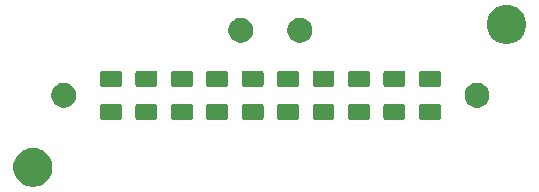
<source format=gbr>
G04 #@! TF.GenerationSoftware,KiCad,Pcbnew,(5.1.5)-3*
G04 #@! TF.CreationDate,2020-05-31T13:11:01+03:00*
G04 #@! TF.ProjectId,voltlog scope shunt,766f6c74-6c6f-4672-9073-636f70652073,rev?*
G04 #@! TF.SameCoordinates,Original*
G04 #@! TF.FileFunction,Soldermask,Top*
G04 #@! TF.FilePolarity,Negative*
%FSLAX46Y46*%
G04 Gerber Fmt 4.6, Leading zero omitted, Abs format (unit mm)*
G04 Created by KiCad (PCBNEW (5.1.5)-3) date 2020-05-31 13:11:01*
%MOMM*%
%LPD*%
G04 APERTURE LIST*
%ADD10C,0.100000*%
G04 APERTURE END LIST*
D10*
G36*
X114775256Y-92991298D02*
G01*
X114881579Y-93012447D01*
X115182042Y-93136903D01*
X115452451Y-93317585D01*
X115682415Y-93547549D01*
X115863097Y-93817958D01*
X115987553Y-94118421D01*
X116051000Y-94437391D01*
X116051000Y-94762609D01*
X115987553Y-95081579D01*
X115863097Y-95382042D01*
X115682415Y-95652451D01*
X115452451Y-95882415D01*
X115182042Y-96063097D01*
X114881579Y-96187553D01*
X114775256Y-96208702D01*
X114562611Y-96251000D01*
X114237389Y-96251000D01*
X114024744Y-96208702D01*
X113918421Y-96187553D01*
X113617958Y-96063097D01*
X113347549Y-95882415D01*
X113117585Y-95652451D01*
X112936903Y-95382042D01*
X112812447Y-95081579D01*
X112749000Y-94762609D01*
X112749000Y-94437391D01*
X112812447Y-94118421D01*
X112936903Y-93817958D01*
X113117585Y-93547549D01*
X113347549Y-93317585D01*
X113617958Y-93136903D01*
X113918421Y-93012447D01*
X114024744Y-92991298D01*
X114237389Y-92949000D01*
X114562611Y-92949000D01*
X114775256Y-92991298D01*
G37*
G36*
X148768604Y-89228347D02*
G01*
X148805144Y-89239432D01*
X148838821Y-89257433D01*
X148868341Y-89281659D01*
X148892567Y-89311179D01*
X148910568Y-89344856D01*
X148921653Y-89381396D01*
X148926000Y-89425538D01*
X148926000Y-90374462D01*
X148921653Y-90418604D01*
X148910568Y-90455144D01*
X148892567Y-90488821D01*
X148868341Y-90518341D01*
X148838821Y-90542567D01*
X148805144Y-90560568D01*
X148768604Y-90571653D01*
X148724462Y-90576000D01*
X147275538Y-90576000D01*
X147231396Y-90571653D01*
X147194856Y-90560568D01*
X147161179Y-90542567D01*
X147131659Y-90518341D01*
X147107433Y-90488821D01*
X147089432Y-90455144D01*
X147078347Y-90418604D01*
X147074000Y-90374462D01*
X147074000Y-89425538D01*
X147078347Y-89381396D01*
X147089432Y-89344856D01*
X147107433Y-89311179D01*
X147131659Y-89281659D01*
X147161179Y-89257433D01*
X147194856Y-89239432D01*
X147231396Y-89228347D01*
X147275538Y-89224000D01*
X148724462Y-89224000D01*
X148768604Y-89228347D01*
G37*
G36*
X145768604Y-89228347D02*
G01*
X145805144Y-89239432D01*
X145838821Y-89257433D01*
X145868341Y-89281659D01*
X145892567Y-89311179D01*
X145910568Y-89344856D01*
X145921653Y-89381396D01*
X145926000Y-89425538D01*
X145926000Y-90374462D01*
X145921653Y-90418604D01*
X145910568Y-90455144D01*
X145892567Y-90488821D01*
X145868341Y-90518341D01*
X145838821Y-90542567D01*
X145805144Y-90560568D01*
X145768604Y-90571653D01*
X145724462Y-90576000D01*
X144275538Y-90576000D01*
X144231396Y-90571653D01*
X144194856Y-90560568D01*
X144161179Y-90542567D01*
X144131659Y-90518341D01*
X144107433Y-90488821D01*
X144089432Y-90455144D01*
X144078347Y-90418604D01*
X144074000Y-90374462D01*
X144074000Y-89425538D01*
X144078347Y-89381396D01*
X144089432Y-89344856D01*
X144107433Y-89311179D01*
X144131659Y-89281659D01*
X144161179Y-89257433D01*
X144194856Y-89239432D01*
X144231396Y-89228347D01*
X144275538Y-89224000D01*
X145724462Y-89224000D01*
X145768604Y-89228347D01*
G37*
G36*
X142768604Y-89228347D02*
G01*
X142805144Y-89239432D01*
X142838821Y-89257433D01*
X142868341Y-89281659D01*
X142892567Y-89311179D01*
X142910568Y-89344856D01*
X142921653Y-89381396D01*
X142926000Y-89425538D01*
X142926000Y-90374462D01*
X142921653Y-90418604D01*
X142910568Y-90455144D01*
X142892567Y-90488821D01*
X142868341Y-90518341D01*
X142838821Y-90542567D01*
X142805144Y-90560568D01*
X142768604Y-90571653D01*
X142724462Y-90576000D01*
X141275538Y-90576000D01*
X141231396Y-90571653D01*
X141194856Y-90560568D01*
X141161179Y-90542567D01*
X141131659Y-90518341D01*
X141107433Y-90488821D01*
X141089432Y-90455144D01*
X141078347Y-90418604D01*
X141074000Y-90374462D01*
X141074000Y-89425538D01*
X141078347Y-89381396D01*
X141089432Y-89344856D01*
X141107433Y-89311179D01*
X141131659Y-89281659D01*
X141161179Y-89257433D01*
X141194856Y-89239432D01*
X141231396Y-89228347D01*
X141275538Y-89224000D01*
X142724462Y-89224000D01*
X142768604Y-89228347D01*
G37*
G36*
X139768604Y-89228347D02*
G01*
X139805144Y-89239432D01*
X139838821Y-89257433D01*
X139868341Y-89281659D01*
X139892567Y-89311179D01*
X139910568Y-89344856D01*
X139921653Y-89381396D01*
X139926000Y-89425538D01*
X139926000Y-90374462D01*
X139921653Y-90418604D01*
X139910568Y-90455144D01*
X139892567Y-90488821D01*
X139868341Y-90518341D01*
X139838821Y-90542567D01*
X139805144Y-90560568D01*
X139768604Y-90571653D01*
X139724462Y-90576000D01*
X138275538Y-90576000D01*
X138231396Y-90571653D01*
X138194856Y-90560568D01*
X138161179Y-90542567D01*
X138131659Y-90518341D01*
X138107433Y-90488821D01*
X138089432Y-90455144D01*
X138078347Y-90418604D01*
X138074000Y-90374462D01*
X138074000Y-89425538D01*
X138078347Y-89381396D01*
X138089432Y-89344856D01*
X138107433Y-89311179D01*
X138131659Y-89281659D01*
X138161179Y-89257433D01*
X138194856Y-89239432D01*
X138231396Y-89228347D01*
X138275538Y-89224000D01*
X139724462Y-89224000D01*
X139768604Y-89228347D01*
G37*
G36*
X136768604Y-89228347D02*
G01*
X136805144Y-89239432D01*
X136838821Y-89257433D01*
X136868341Y-89281659D01*
X136892567Y-89311179D01*
X136910568Y-89344856D01*
X136921653Y-89381396D01*
X136926000Y-89425538D01*
X136926000Y-90374462D01*
X136921653Y-90418604D01*
X136910568Y-90455144D01*
X136892567Y-90488821D01*
X136868341Y-90518341D01*
X136838821Y-90542567D01*
X136805144Y-90560568D01*
X136768604Y-90571653D01*
X136724462Y-90576000D01*
X135275538Y-90576000D01*
X135231396Y-90571653D01*
X135194856Y-90560568D01*
X135161179Y-90542567D01*
X135131659Y-90518341D01*
X135107433Y-90488821D01*
X135089432Y-90455144D01*
X135078347Y-90418604D01*
X135074000Y-90374462D01*
X135074000Y-89425538D01*
X135078347Y-89381396D01*
X135089432Y-89344856D01*
X135107433Y-89311179D01*
X135131659Y-89281659D01*
X135161179Y-89257433D01*
X135194856Y-89239432D01*
X135231396Y-89228347D01*
X135275538Y-89224000D01*
X136724462Y-89224000D01*
X136768604Y-89228347D01*
G37*
G36*
X133768604Y-89228347D02*
G01*
X133805144Y-89239432D01*
X133838821Y-89257433D01*
X133868341Y-89281659D01*
X133892567Y-89311179D01*
X133910568Y-89344856D01*
X133921653Y-89381396D01*
X133926000Y-89425538D01*
X133926000Y-90374462D01*
X133921653Y-90418604D01*
X133910568Y-90455144D01*
X133892567Y-90488821D01*
X133868341Y-90518341D01*
X133838821Y-90542567D01*
X133805144Y-90560568D01*
X133768604Y-90571653D01*
X133724462Y-90576000D01*
X132275538Y-90576000D01*
X132231396Y-90571653D01*
X132194856Y-90560568D01*
X132161179Y-90542567D01*
X132131659Y-90518341D01*
X132107433Y-90488821D01*
X132089432Y-90455144D01*
X132078347Y-90418604D01*
X132074000Y-90374462D01*
X132074000Y-89425538D01*
X132078347Y-89381396D01*
X132089432Y-89344856D01*
X132107433Y-89311179D01*
X132131659Y-89281659D01*
X132161179Y-89257433D01*
X132194856Y-89239432D01*
X132231396Y-89228347D01*
X132275538Y-89224000D01*
X133724462Y-89224000D01*
X133768604Y-89228347D01*
G37*
G36*
X130768604Y-89228347D02*
G01*
X130805144Y-89239432D01*
X130838821Y-89257433D01*
X130868341Y-89281659D01*
X130892567Y-89311179D01*
X130910568Y-89344856D01*
X130921653Y-89381396D01*
X130926000Y-89425538D01*
X130926000Y-90374462D01*
X130921653Y-90418604D01*
X130910568Y-90455144D01*
X130892567Y-90488821D01*
X130868341Y-90518341D01*
X130838821Y-90542567D01*
X130805144Y-90560568D01*
X130768604Y-90571653D01*
X130724462Y-90576000D01*
X129275538Y-90576000D01*
X129231396Y-90571653D01*
X129194856Y-90560568D01*
X129161179Y-90542567D01*
X129131659Y-90518341D01*
X129107433Y-90488821D01*
X129089432Y-90455144D01*
X129078347Y-90418604D01*
X129074000Y-90374462D01*
X129074000Y-89425538D01*
X129078347Y-89381396D01*
X129089432Y-89344856D01*
X129107433Y-89311179D01*
X129131659Y-89281659D01*
X129161179Y-89257433D01*
X129194856Y-89239432D01*
X129231396Y-89228347D01*
X129275538Y-89224000D01*
X130724462Y-89224000D01*
X130768604Y-89228347D01*
G37*
G36*
X127768604Y-89228347D02*
G01*
X127805144Y-89239432D01*
X127838821Y-89257433D01*
X127868341Y-89281659D01*
X127892567Y-89311179D01*
X127910568Y-89344856D01*
X127921653Y-89381396D01*
X127926000Y-89425538D01*
X127926000Y-90374462D01*
X127921653Y-90418604D01*
X127910568Y-90455144D01*
X127892567Y-90488821D01*
X127868341Y-90518341D01*
X127838821Y-90542567D01*
X127805144Y-90560568D01*
X127768604Y-90571653D01*
X127724462Y-90576000D01*
X126275538Y-90576000D01*
X126231396Y-90571653D01*
X126194856Y-90560568D01*
X126161179Y-90542567D01*
X126131659Y-90518341D01*
X126107433Y-90488821D01*
X126089432Y-90455144D01*
X126078347Y-90418604D01*
X126074000Y-90374462D01*
X126074000Y-89425538D01*
X126078347Y-89381396D01*
X126089432Y-89344856D01*
X126107433Y-89311179D01*
X126131659Y-89281659D01*
X126161179Y-89257433D01*
X126194856Y-89239432D01*
X126231396Y-89228347D01*
X126275538Y-89224000D01*
X127724462Y-89224000D01*
X127768604Y-89228347D01*
G37*
G36*
X124768604Y-89228347D02*
G01*
X124805144Y-89239432D01*
X124838821Y-89257433D01*
X124868341Y-89281659D01*
X124892567Y-89311179D01*
X124910568Y-89344856D01*
X124921653Y-89381396D01*
X124926000Y-89425538D01*
X124926000Y-90374462D01*
X124921653Y-90418604D01*
X124910568Y-90455144D01*
X124892567Y-90488821D01*
X124868341Y-90518341D01*
X124838821Y-90542567D01*
X124805144Y-90560568D01*
X124768604Y-90571653D01*
X124724462Y-90576000D01*
X123275538Y-90576000D01*
X123231396Y-90571653D01*
X123194856Y-90560568D01*
X123161179Y-90542567D01*
X123131659Y-90518341D01*
X123107433Y-90488821D01*
X123089432Y-90455144D01*
X123078347Y-90418604D01*
X123074000Y-90374462D01*
X123074000Y-89425538D01*
X123078347Y-89381396D01*
X123089432Y-89344856D01*
X123107433Y-89311179D01*
X123131659Y-89281659D01*
X123161179Y-89257433D01*
X123194856Y-89239432D01*
X123231396Y-89228347D01*
X123275538Y-89224000D01*
X124724462Y-89224000D01*
X124768604Y-89228347D01*
G37*
G36*
X121768604Y-89228347D02*
G01*
X121805144Y-89239432D01*
X121838821Y-89257433D01*
X121868341Y-89281659D01*
X121892567Y-89311179D01*
X121910568Y-89344856D01*
X121921653Y-89381396D01*
X121926000Y-89425538D01*
X121926000Y-90374462D01*
X121921653Y-90418604D01*
X121910568Y-90455144D01*
X121892567Y-90488821D01*
X121868341Y-90518341D01*
X121838821Y-90542567D01*
X121805144Y-90560568D01*
X121768604Y-90571653D01*
X121724462Y-90576000D01*
X120275538Y-90576000D01*
X120231396Y-90571653D01*
X120194856Y-90560568D01*
X120161179Y-90542567D01*
X120131659Y-90518341D01*
X120107433Y-90488821D01*
X120089432Y-90455144D01*
X120078347Y-90418604D01*
X120074000Y-90374462D01*
X120074000Y-89425538D01*
X120078347Y-89381396D01*
X120089432Y-89344856D01*
X120107433Y-89311179D01*
X120131659Y-89281659D01*
X120161179Y-89257433D01*
X120194856Y-89239432D01*
X120231396Y-89228347D01*
X120275538Y-89224000D01*
X121724462Y-89224000D01*
X121768604Y-89228347D01*
G37*
G36*
X117306564Y-87489389D02*
G01*
X117497833Y-87568615D01*
X117497835Y-87568616D01*
X117572647Y-87618604D01*
X117669973Y-87683635D01*
X117816365Y-87830027D01*
X117931385Y-88002167D01*
X118010611Y-88193436D01*
X118051000Y-88396484D01*
X118051000Y-88603516D01*
X118010611Y-88806564D01*
X117931385Y-88997833D01*
X117931384Y-88997835D01*
X117816365Y-89169973D01*
X117669973Y-89316365D01*
X117497835Y-89431384D01*
X117497834Y-89431385D01*
X117497833Y-89431385D01*
X117306564Y-89510611D01*
X117103516Y-89551000D01*
X116896484Y-89551000D01*
X116693436Y-89510611D01*
X116502167Y-89431385D01*
X116502166Y-89431385D01*
X116502165Y-89431384D01*
X116330027Y-89316365D01*
X116183635Y-89169973D01*
X116068616Y-88997835D01*
X116068615Y-88997833D01*
X115989389Y-88806564D01*
X115949000Y-88603516D01*
X115949000Y-88396484D01*
X115989389Y-88193436D01*
X116068615Y-88002167D01*
X116183635Y-87830027D01*
X116330027Y-87683635D01*
X116427353Y-87618604D01*
X116502165Y-87568616D01*
X116502167Y-87568615D01*
X116693436Y-87489389D01*
X116896484Y-87449000D01*
X117103516Y-87449000D01*
X117306564Y-87489389D01*
G37*
G36*
X152306564Y-87489389D02*
G01*
X152497833Y-87568615D01*
X152497835Y-87568616D01*
X152572647Y-87618604D01*
X152669973Y-87683635D01*
X152816365Y-87830027D01*
X152931385Y-88002167D01*
X153010611Y-88193436D01*
X153051000Y-88396484D01*
X153051000Y-88603516D01*
X153010611Y-88806564D01*
X152931385Y-88997833D01*
X152931384Y-88997835D01*
X152816365Y-89169973D01*
X152669973Y-89316365D01*
X152497835Y-89431384D01*
X152497834Y-89431385D01*
X152497833Y-89431385D01*
X152306564Y-89510611D01*
X152103516Y-89551000D01*
X151896484Y-89551000D01*
X151693436Y-89510611D01*
X151502167Y-89431385D01*
X151502166Y-89431385D01*
X151502165Y-89431384D01*
X151330027Y-89316365D01*
X151183635Y-89169973D01*
X151068616Y-88997835D01*
X151068615Y-88997833D01*
X150989389Y-88806564D01*
X150949000Y-88603516D01*
X150949000Y-88396484D01*
X150989389Y-88193436D01*
X151068615Y-88002167D01*
X151183635Y-87830027D01*
X151330027Y-87683635D01*
X151427353Y-87618604D01*
X151502165Y-87568616D01*
X151502167Y-87568615D01*
X151693436Y-87489389D01*
X151896484Y-87449000D01*
X152103516Y-87449000D01*
X152306564Y-87489389D01*
G37*
G36*
X127768604Y-86428347D02*
G01*
X127805144Y-86439432D01*
X127838821Y-86457433D01*
X127868341Y-86481659D01*
X127892567Y-86511179D01*
X127910568Y-86544856D01*
X127921653Y-86581396D01*
X127926000Y-86625538D01*
X127926000Y-87574462D01*
X127921653Y-87618604D01*
X127910568Y-87655144D01*
X127892567Y-87688821D01*
X127868341Y-87718341D01*
X127838821Y-87742567D01*
X127805144Y-87760568D01*
X127768604Y-87771653D01*
X127724462Y-87776000D01*
X126275538Y-87776000D01*
X126231396Y-87771653D01*
X126194856Y-87760568D01*
X126161179Y-87742567D01*
X126131659Y-87718341D01*
X126107433Y-87688821D01*
X126089432Y-87655144D01*
X126078347Y-87618604D01*
X126074000Y-87574462D01*
X126074000Y-86625538D01*
X126078347Y-86581396D01*
X126089432Y-86544856D01*
X126107433Y-86511179D01*
X126131659Y-86481659D01*
X126161179Y-86457433D01*
X126194856Y-86439432D01*
X126231396Y-86428347D01*
X126275538Y-86424000D01*
X127724462Y-86424000D01*
X127768604Y-86428347D01*
G37*
G36*
X145768604Y-86428347D02*
G01*
X145805144Y-86439432D01*
X145838821Y-86457433D01*
X145868341Y-86481659D01*
X145892567Y-86511179D01*
X145910568Y-86544856D01*
X145921653Y-86581396D01*
X145926000Y-86625538D01*
X145926000Y-87574462D01*
X145921653Y-87618604D01*
X145910568Y-87655144D01*
X145892567Y-87688821D01*
X145868341Y-87718341D01*
X145838821Y-87742567D01*
X145805144Y-87760568D01*
X145768604Y-87771653D01*
X145724462Y-87776000D01*
X144275538Y-87776000D01*
X144231396Y-87771653D01*
X144194856Y-87760568D01*
X144161179Y-87742567D01*
X144131659Y-87718341D01*
X144107433Y-87688821D01*
X144089432Y-87655144D01*
X144078347Y-87618604D01*
X144074000Y-87574462D01*
X144074000Y-86625538D01*
X144078347Y-86581396D01*
X144089432Y-86544856D01*
X144107433Y-86511179D01*
X144131659Y-86481659D01*
X144161179Y-86457433D01*
X144194856Y-86439432D01*
X144231396Y-86428347D01*
X144275538Y-86424000D01*
X145724462Y-86424000D01*
X145768604Y-86428347D01*
G37*
G36*
X142768604Y-86428347D02*
G01*
X142805144Y-86439432D01*
X142838821Y-86457433D01*
X142868341Y-86481659D01*
X142892567Y-86511179D01*
X142910568Y-86544856D01*
X142921653Y-86581396D01*
X142926000Y-86625538D01*
X142926000Y-87574462D01*
X142921653Y-87618604D01*
X142910568Y-87655144D01*
X142892567Y-87688821D01*
X142868341Y-87718341D01*
X142838821Y-87742567D01*
X142805144Y-87760568D01*
X142768604Y-87771653D01*
X142724462Y-87776000D01*
X141275538Y-87776000D01*
X141231396Y-87771653D01*
X141194856Y-87760568D01*
X141161179Y-87742567D01*
X141131659Y-87718341D01*
X141107433Y-87688821D01*
X141089432Y-87655144D01*
X141078347Y-87618604D01*
X141074000Y-87574462D01*
X141074000Y-86625538D01*
X141078347Y-86581396D01*
X141089432Y-86544856D01*
X141107433Y-86511179D01*
X141131659Y-86481659D01*
X141161179Y-86457433D01*
X141194856Y-86439432D01*
X141231396Y-86428347D01*
X141275538Y-86424000D01*
X142724462Y-86424000D01*
X142768604Y-86428347D01*
G37*
G36*
X121768604Y-86428347D02*
G01*
X121805144Y-86439432D01*
X121838821Y-86457433D01*
X121868341Y-86481659D01*
X121892567Y-86511179D01*
X121910568Y-86544856D01*
X121921653Y-86581396D01*
X121926000Y-86625538D01*
X121926000Y-87574462D01*
X121921653Y-87618604D01*
X121910568Y-87655144D01*
X121892567Y-87688821D01*
X121868341Y-87718341D01*
X121838821Y-87742567D01*
X121805144Y-87760568D01*
X121768604Y-87771653D01*
X121724462Y-87776000D01*
X120275538Y-87776000D01*
X120231396Y-87771653D01*
X120194856Y-87760568D01*
X120161179Y-87742567D01*
X120131659Y-87718341D01*
X120107433Y-87688821D01*
X120089432Y-87655144D01*
X120078347Y-87618604D01*
X120074000Y-87574462D01*
X120074000Y-86625538D01*
X120078347Y-86581396D01*
X120089432Y-86544856D01*
X120107433Y-86511179D01*
X120131659Y-86481659D01*
X120161179Y-86457433D01*
X120194856Y-86439432D01*
X120231396Y-86428347D01*
X120275538Y-86424000D01*
X121724462Y-86424000D01*
X121768604Y-86428347D01*
G37*
G36*
X139768604Y-86428347D02*
G01*
X139805144Y-86439432D01*
X139838821Y-86457433D01*
X139868341Y-86481659D01*
X139892567Y-86511179D01*
X139910568Y-86544856D01*
X139921653Y-86581396D01*
X139926000Y-86625538D01*
X139926000Y-87574462D01*
X139921653Y-87618604D01*
X139910568Y-87655144D01*
X139892567Y-87688821D01*
X139868341Y-87718341D01*
X139838821Y-87742567D01*
X139805144Y-87760568D01*
X139768604Y-87771653D01*
X139724462Y-87776000D01*
X138275538Y-87776000D01*
X138231396Y-87771653D01*
X138194856Y-87760568D01*
X138161179Y-87742567D01*
X138131659Y-87718341D01*
X138107433Y-87688821D01*
X138089432Y-87655144D01*
X138078347Y-87618604D01*
X138074000Y-87574462D01*
X138074000Y-86625538D01*
X138078347Y-86581396D01*
X138089432Y-86544856D01*
X138107433Y-86511179D01*
X138131659Y-86481659D01*
X138161179Y-86457433D01*
X138194856Y-86439432D01*
X138231396Y-86428347D01*
X138275538Y-86424000D01*
X139724462Y-86424000D01*
X139768604Y-86428347D01*
G37*
G36*
X136768604Y-86428347D02*
G01*
X136805144Y-86439432D01*
X136838821Y-86457433D01*
X136868341Y-86481659D01*
X136892567Y-86511179D01*
X136910568Y-86544856D01*
X136921653Y-86581396D01*
X136926000Y-86625538D01*
X136926000Y-87574462D01*
X136921653Y-87618604D01*
X136910568Y-87655144D01*
X136892567Y-87688821D01*
X136868341Y-87718341D01*
X136838821Y-87742567D01*
X136805144Y-87760568D01*
X136768604Y-87771653D01*
X136724462Y-87776000D01*
X135275538Y-87776000D01*
X135231396Y-87771653D01*
X135194856Y-87760568D01*
X135161179Y-87742567D01*
X135131659Y-87718341D01*
X135107433Y-87688821D01*
X135089432Y-87655144D01*
X135078347Y-87618604D01*
X135074000Y-87574462D01*
X135074000Y-86625538D01*
X135078347Y-86581396D01*
X135089432Y-86544856D01*
X135107433Y-86511179D01*
X135131659Y-86481659D01*
X135161179Y-86457433D01*
X135194856Y-86439432D01*
X135231396Y-86428347D01*
X135275538Y-86424000D01*
X136724462Y-86424000D01*
X136768604Y-86428347D01*
G37*
G36*
X148768604Y-86428347D02*
G01*
X148805144Y-86439432D01*
X148838821Y-86457433D01*
X148868341Y-86481659D01*
X148892567Y-86511179D01*
X148910568Y-86544856D01*
X148921653Y-86581396D01*
X148926000Y-86625538D01*
X148926000Y-87574462D01*
X148921653Y-87618604D01*
X148910568Y-87655144D01*
X148892567Y-87688821D01*
X148868341Y-87718341D01*
X148838821Y-87742567D01*
X148805144Y-87760568D01*
X148768604Y-87771653D01*
X148724462Y-87776000D01*
X147275538Y-87776000D01*
X147231396Y-87771653D01*
X147194856Y-87760568D01*
X147161179Y-87742567D01*
X147131659Y-87718341D01*
X147107433Y-87688821D01*
X147089432Y-87655144D01*
X147078347Y-87618604D01*
X147074000Y-87574462D01*
X147074000Y-86625538D01*
X147078347Y-86581396D01*
X147089432Y-86544856D01*
X147107433Y-86511179D01*
X147131659Y-86481659D01*
X147161179Y-86457433D01*
X147194856Y-86439432D01*
X147231396Y-86428347D01*
X147275538Y-86424000D01*
X148724462Y-86424000D01*
X148768604Y-86428347D01*
G37*
G36*
X133768604Y-86428347D02*
G01*
X133805144Y-86439432D01*
X133838821Y-86457433D01*
X133868341Y-86481659D01*
X133892567Y-86511179D01*
X133910568Y-86544856D01*
X133921653Y-86581396D01*
X133926000Y-86625538D01*
X133926000Y-87574462D01*
X133921653Y-87618604D01*
X133910568Y-87655144D01*
X133892567Y-87688821D01*
X133868341Y-87718341D01*
X133838821Y-87742567D01*
X133805144Y-87760568D01*
X133768604Y-87771653D01*
X133724462Y-87776000D01*
X132275538Y-87776000D01*
X132231396Y-87771653D01*
X132194856Y-87760568D01*
X132161179Y-87742567D01*
X132131659Y-87718341D01*
X132107433Y-87688821D01*
X132089432Y-87655144D01*
X132078347Y-87618604D01*
X132074000Y-87574462D01*
X132074000Y-86625538D01*
X132078347Y-86581396D01*
X132089432Y-86544856D01*
X132107433Y-86511179D01*
X132131659Y-86481659D01*
X132161179Y-86457433D01*
X132194856Y-86439432D01*
X132231396Y-86428347D01*
X132275538Y-86424000D01*
X133724462Y-86424000D01*
X133768604Y-86428347D01*
G37*
G36*
X124768604Y-86428347D02*
G01*
X124805144Y-86439432D01*
X124838821Y-86457433D01*
X124868341Y-86481659D01*
X124892567Y-86511179D01*
X124910568Y-86544856D01*
X124921653Y-86581396D01*
X124926000Y-86625538D01*
X124926000Y-87574462D01*
X124921653Y-87618604D01*
X124910568Y-87655144D01*
X124892567Y-87688821D01*
X124868341Y-87718341D01*
X124838821Y-87742567D01*
X124805144Y-87760568D01*
X124768604Y-87771653D01*
X124724462Y-87776000D01*
X123275538Y-87776000D01*
X123231396Y-87771653D01*
X123194856Y-87760568D01*
X123161179Y-87742567D01*
X123131659Y-87718341D01*
X123107433Y-87688821D01*
X123089432Y-87655144D01*
X123078347Y-87618604D01*
X123074000Y-87574462D01*
X123074000Y-86625538D01*
X123078347Y-86581396D01*
X123089432Y-86544856D01*
X123107433Y-86511179D01*
X123131659Y-86481659D01*
X123161179Y-86457433D01*
X123194856Y-86439432D01*
X123231396Y-86428347D01*
X123275538Y-86424000D01*
X124724462Y-86424000D01*
X124768604Y-86428347D01*
G37*
G36*
X130768604Y-86428347D02*
G01*
X130805144Y-86439432D01*
X130838821Y-86457433D01*
X130868341Y-86481659D01*
X130892567Y-86511179D01*
X130910568Y-86544856D01*
X130921653Y-86581396D01*
X130926000Y-86625538D01*
X130926000Y-87574462D01*
X130921653Y-87618604D01*
X130910568Y-87655144D01*
X130892567Y-87688821D01*
X130868341Y-87718341D01*
X130838821Y-87742567D01*
X130805144Y-87760568D01*
X130768604Y-87771653D01*
X130724462Y-87776000D01*
X129275538Y-87776000D01*
X129231396Y-87771653D01*
X129194856Y-87760568D01*
X129161179Y-87742567D01*
X129131659Y-87718341D01*
X129107433Y-87688821D01*
X129089432Y-87655144D01*
X129078347Y-87618604D01*
X129074000Y-87574462D01*
X129074000Y-86625538D01*
X129078347Y-86581396D01*
X129089432Y-86544856D01*
X129107433Y-86511179D01*
X129131659Y-86481659D01*
X129161179Y-86457433D01*
X129194856Y-86439432D01*
X129231396Y-86428347D01*
X129275538Y-86424000D01*
X130724462Y-86424000D01*
X130768604Y-86428347D01*
G37*
G36*
X154875256Y-80891298D02*
G01*
X154981579Y-80912447D01*
X155282042Y-81036903D01*
X155552451Y-81217585D01*
X155782415Y-81447549D01*
X155963097Y-81717958D01*
X156075528Y-81989389D01*
X156087553Y-82018422D01*
X156151000Y-82337389D01*
X156151000Y-82662611D01*
X156144868Y-82693436D01*
X156087553Y-82981579D01*
X155963097Y-83282042D01*
X155782415Y-83552451D01*
X155552451Y-83782415D01*
X155282042Y-83963097D01*
X154981579Y-84087553D01*
X154875256Y-84108702D01*
X154662611Y-84151000D01*
X154337389Y-84151000D01*
X154124744Y-84108702D01*
X154018421Y-84087553D01*
X153717958Y-83963097D01*
X153447549Y-83782415D01*
X153217585Y-83552451D01*
X153036903Y-83282042D01*
X152912447Y-82981579D01*
X152855132Y-82693436D01*
X152849000Y-82662611D01*
X152849000Y-82337389D01*
X152912447Y-82018422D01*
X152924473Y-81989389D01*
X153036903Y-81717958D01*
X153217585Y-81447549D01*
X153447549Y-81217585D01*
X153717958Y-81036903D01*
X154018421Y-80912447D01*
X154124744Y-80891298D01*
X154337389Y-80849000D01*
X154662611Y-80849000D01*
X154875256Y-80891298D01*
G37*
G36*
X137306564Y-81989389D02*
G01*
X137497833Y-82068615D01*
X137497835Y-82068616D01*
X137669973Y-82183635D01*
X137816365Y-82330027D01*
X137931385Y-82502167D01*
X138010611Y-82693436D01*
X138051000Y-82896484D01*
X138051000Y-83103516D01*
X138010611Y-83306564D01*
X137931385Y-83497833D01*
X137931384Y-83497835D01*
X137816365Y-83669973D01*
X137669973Y-83816365D01*
X137497835Y-83931384D01*
X137497834Y-83931385D01*
X137497833Y-83931385D01*
X137306564Y-84010611D01*
X137103516Y-84051000D01*
X136896484Y-84051000D01*
X136693436Y-84010611D01*
X136502167Y-83931385D01*
X136502166Y-83931385D01*
X136502165Y-83931384D01*
X136330027Y-83816365D01*
X136183635Y-83669973D01*
X136068616Y-83497835D01*
X136068615Y-83497833D01*
X135989389Y-83306564D01*
X135949000Y-83103516D01*
X135949000Y-82896484D01*
X135989389Y-82693436D01*
X136068615Y-82502167D01*
X136183635Y-82330027D01*
X136330027Y-82183635D01*
X136502165Y-82068616D01*
X136502167Y-82068615D01*
X136693436Y-81989389D01*
X136896484Y-81949000D01*
X137103516Y-81949000D01*
X137306564Y-81989389D01*
G37*
G36*
X132306564Y-81989389D02*
G01*
X132497833Y-82068615D01*
X132497835Y-82068616D01*
X132669973Y-82183635D01*
X132816365Y-82330027D01*
X132931385Y-82502167D01*
X133010611Y-82693436D01*
X133051000Y-82896484D01*
X133051000Y-83103516D01*
X133010611Y-83306564D01*
X132931385Y-83497833D01*
X132931384Y-83497835D01*
X132816365Y-83669973D01*
X132669973Y-83816365D01*
X132497835Y-83931384D01*
X132497834Y-83931385D01*
X132497833Y-83931385D01*
X132306564Y-84010611D01*
X132103516Y-84051000D01*
X131896484Y-84051000D01*
X131693436Y-84010611D01*
X131502167Y-83931385D01*
X131502166Y-83931385D01*
X131502165Y-83931384D01*
X131330027Y-83816365D01*
X131183635Y-83669973D01*
X131068616Y-83497835D01*
X131068615Y-83497833D01*
X130989389Y-83306564D01*
X130949000Y-83103516D01*
X130949000Y-82896484D01*
X130989389Y-82693436D01*
X131068615Y-82502167D01*
X131183635Y-82330027D01*
X131330027Y-82183635D01*
X131502165Y-82068616D01*
X131502167Y-82068615D01*
X131693436Y-81989389D01*
X131896484Y-81949000D01*
X132103516Y-81949000D01*
X132306564Y-81989389D01*
G37*
M02*

</source>
